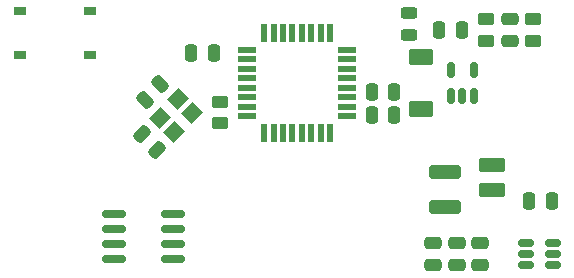
<source format=gtp>
G04 #@! TF.GenerationSoftware,KiCad,Pcbnew,8.0.5*
G04 #@! TF.CreationDate,2024-09-14T16:18:35+01:00*
G04 #@! TF.ProjectId,RotationEncoder,526f7461-7469-46f6-9e45-6e636f646572,rev?*
G04 #@! TF.SameCoordinates,Original*
G04 #@! TF.FileFunction,Paste,Top*
G04 #@! TF.FilePolarity,Positive*
%FSLAX46Y46*%
G04 Gerber Fmt 4.6, Leading zero omitted, Abs format (unit mm)*
G04 Created by KiCad (PCBNEW 8.0.5) date 2024-09-14 16:18:35*
%MOMM*%
%LPD*%
G01*
G04 APERTURE LIST*
G04 Aperture macros list*
%AMRoundRect*
0 Rectangle with rounded corners*
0 $1 Rounding radius*
0 $2 $3 $4 $5 $6 $7 $8 $9 X,Y pos of 4 corners*
0 Add a 4 corners polygon primitive as box body*
4,1,4,$2,$3,$4,$5,$6,$7,$8,$9,$2,$3,0*
0 Add four circle primitives for the rounded corners*
1,1,$1+$1,$2,$3*
1,1,$1+$1,$4,$5*
1,1,$1+$1,$6,$7*
1,1,$1+$1,$8,$9*
0 Add four rect primitives between the rounded corners*
20,1,$1+$1,$2,$3,$4,$5,0*
20,1,$1+$1,$4,$5,$6,$7,0*
20,1,$1+$1,$6,$7,$8,$9,0*
20,1,$1+$1,$8,$9,$2,$3,0*%
%AMRotRect*
0 Rectangle, with rotation*
0 The origin of the aperture is its center*
0 $1 length*
0 $2 width*
0 $3 Rotation angle, in degrees counterclockwise*
0 Add horizontal line*
21,1,$1,$2,0,0,$3*%
G04 Aperture macros list end*
%ADD10RoundRect,0.250000X-0.250000X-0.475000X0.250000X-0.475000X0.250000X0.475000X-0.250000X0.475000X0*%
%ADD11RoundRect,0.250000X-0.475000X0.250000X-0.475000X-0.250000X0.475000X-0.250000X0.475000X0.250000X0*%
%ADD12RoundRect,0.243750X-0.456250X0.243750X-0.456250X-0.243750X0.456250X-0.243750X0.456250X0.243750X0*%
%ADD13RoundRect,0.150000X-0.512500X-0.150000X0.512500X-0.150000X0.512500X0.150000X-0.512500X0.150000X0*%
%ADD14RoundRect,0.250000X0.850000X-0.375000X0.850000X0.375000X-0.850000X0.375000X-0.850000X-0.375000X0*%
%ADD15RoundRect,0.150000X-0.825000X-0.150000X0.825000X-0.150000X0.825000X0.150000X-0.825000X0.150000X0*%
%ADD16RoundRect,0.150000X0.150000X-0.512500X0.150000X0.512500X-0.150000X0.512500X-0.150000X-0.512500X0*%
%ADD17RoundRect,0.250000X-0.159099X0.512652X-0.512652X0.159099X0.159099X-0.512652X0.512652X-0.159099X0*%
%ADD18RoundRect,0.250000X0.250000X0.475000X-0.250000X0.475000X-0.250000X-0.475000X0.250000X-0.475000X0*%
%ADD19RoundRect,0.250000X0.475000X-0.250000X0.475000X0.250000X-0.475000X0.250000X-0.475000X-0.250000X0*%
%ADD20RoundRect,0.250000X-0.450000X0.262500X-0.450000X-0.262500X0.450000X-0.262500X0.450000X0.262500X0*%
%ADD21RoundRect,0.250000X0.512652X0.159099X0.159099X0.512652X-0.512652X-0.159099X-0.159099X-0.512652X0*%
%ADD22R,1.600000X0.550000*%
%ADD23R,0.550000X1.600000*%
%ADD24RoundRect,0.250000X0.800000X-0.450000X0.800000X0.450000X-0.800000X0.450000X-0.800000X-0.450000X0*%
%ADD25RoundRect,0.250000X0.450000X-0.262500X0.450000X0.262500X-0.450000X0.262500X-0.450000X-0.262500X0*%
%ADD26RotRect,1.400000X1.200000X45.000000*%
%ADD27R,1.000000X0.750000*%
%ADD28RoundRect,0.250000X-1.100000X0.325000X-1.100000X-0.325000X1.100000X-0.325000X1.100000X0.325000X0*%
G04 APERTURE END LIST*
D10*
X151300000Y-90250000D03*
X153200000Y-90250000D03*
D11*
X163000000Y-82050000D03*
X163000000Y-83950000D03*
D12*
X154500000Y-81562500D03*
X154500000Y-83437500D03*
D13*
X164362500Y-101050000D03*
X164362500Y-102000000D03*
X164362500Y-102950000D03*
X166637500Y-102950000D03*
X166637500Y-102000000D03*
X166637500Y-101050000D03*
D14*
X161500000Y-96575000D03*
X161500000Y-94425000D03*
D15*
X129525000Y-98595000D03*
X129525000Y-99865000D03*
X129525000Y-101135000D03*
X129525000Y-102405000D03*
X134475000Y-102405000D03*
X134475000Y-101135000D03*
X134475000Y-99865000D03*
X134475000Y-98595000D03*
D16*
X158050000Y-88637500D03*
X159000000Y-88637500D03*
X159950000Y-88637500D03*
X159950000Y-86362500D03*
X158050000Y-86362500D03*
D17*
X133421751Y-87578249D03*
X132078249Y-88921751D03*
D18*
X166550000Y-97500000D03*
X164650000Y-97500000D03*
D19*
X156500000Y-102950000D03*
X156500000Y-101050000D03*
D10*
X157050000Y-83000000D03*
X158950000Y-83000000D03*
D20*
X165000000Y-82087500D03*
X165000000Y-83912500D03*
D21*
X133171751Y-93171751D03*
X131828249Y-91828249D03*
D22*
X140750000Y-84700000D03*
X140750000Y-85500000D03*
X140750000Y-86300000D03*
X140750000Y-87100000D03*
X140750000Y-87900000D03*
X140750000Y-88700000D03*
X140750000Y-89500000D03*
X140750000Y-90300000D03*
D23*
X142200000Y-91750000D03*
X143000000Y-91750000D03*
X143800000Y-91750000D03*
X144600000Y-91750000D03*
X145400000Y-91750000D03*
X146200000Y-91750000D03*
X147000000Y-91750000D03*
X147800000Y-91750000D03*
D22*
X149250000Y-90300000D03*
X149250000Y-89500000D03*
X149250000Y-88700000D03*
X149250000Y-87900000D03*
X149250000Y-87100000D03*
X149250000Y-86300000D03*
X149250000Y-85500000D03*
X149250000Y-84700000D03*
D23*
X147800000Y-83250000D03*
X147000000Y-83250000D03*
X146200000Y-83250000D03*
X145400000Y-83250000D03*
X144600000Y-83250000D03*
X143800000Y-83250000D03*
X143000000Y-83250000D03*
X142200000Y-83250000D03*
D24*
X155500000Y-89700000D03*
X155500000Y-85300000D03*
D11*
X158500000Y-101050000D03*
X158500000Y-102950000D03*
D25*
X138500000Y-90912500D03*
X138500000Y-89087500D03*
D26*
X134573223Y-91628858D03*
X136128858Y-90073223D03*
X134926777Y-88871142D03*
X133371142Y-90426777D03*
D27*
X121500000Y-81375000D03*
X127500000Y-81375000D03*
X121500000Y-85125000D03*
X127500000Y-85125000D03*
D28*
X157500000Y-95050000D03*
X157500000Y-98000000D03*
D25*
X161000000Y-83912500D03*
X161000000Y-82087500D03*
D19*
X160500000Y-102950000D03*
X160500000Y-101050000D03*
D10*
X151300000Y-88250000D03*
X153200000Y-88250000D03*
D18*
X137950000Y-85000000D03*
X136050000Y-85000000D03*
M02*

</source>
